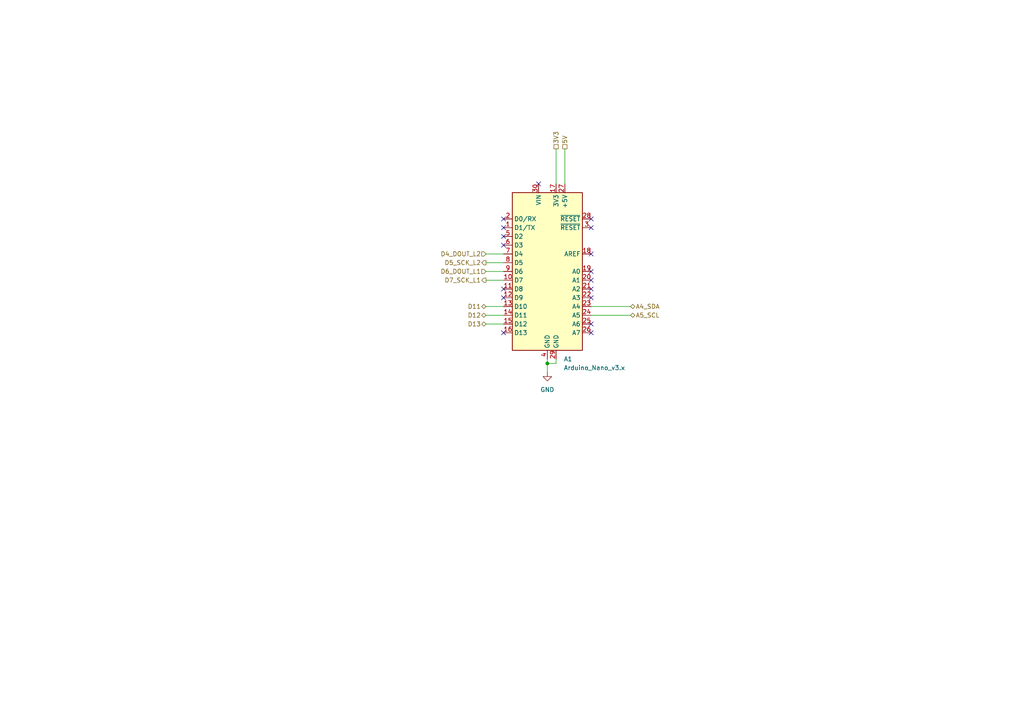
<source format=kicad_sch>
(kicad_sch (version 20231120) (generator "eeschema") (generator_version "8.0")
  (paper "A4")
  (title_block (title "Schematic for wind tunnel measurement system") (rev "0.3.0") (company "Reykjavik University"))
  (lib_symbols
    (symbol "MCU_Module:Arduino_Nano_v3.x"
      (property "Reference" "A" (at -10.16 23.495 0))
      (property "Value" "Arduino_Nano_v3.x" (at 5.08 -24.13 0))
      (symbol "Arduino_Nano_v3.x_0_1"
        (rectangle (start -10.16 22.86) (end 10.16 -22.86) (stroke (width 0.254)) (fill (type background)))
      )
      (symbol "Arduino_Nano_v3.x_1_1"
        (pin bidirectional line (at -12.7 12.7 0) (length 2.54) (name "D1/TX") (number "1"))
        (pin bidirectional line (at -12.7 -2.54 0) (length 2.54) (name "D7") (number "10"))
        (pin bidirectional line (at -12.7 -5.08 0) (length 2.54) (name "D8") (number "11"))
        (pin bidirectional line (at -12.7 -7.62 0) (length 2.54) (name "D9") (number "12"))
        (pin bidirectional line (at -12.7 -10.16 0) (length 2.54) (name "D10") (number "13"))
        (pin bidirectional line (at -12.7 -12.7 0) (length 2.54) (name "D11") (number "14"))
        (pin bidirectional line (at -12.7 -15.24 0) (length 2.54) (name "D12") (number "15"))
        (pin bidirectional line (at -12.7 -17.78 0) (length 2.54) (name "D13") (number "16"))
        (pin power_out line (at 2.54 25.4 270) (length 2.54) (name "3V3") (number "17"))
        (pin input line (at 12.7 5.08 180) (length 2.54) (name "AREF") (number "18"))
        (pin bidirectional line (at 12.7 0 180) (length 2.54) (name "A0") (number "19"))
        (pin bidirectional line (at -12.7 15.24 0) (length 2.54) (name "D0/RX") (number "2"))
        (pin bidirectional line (at 12.7 -2.54 180) (length 2.54) (name "A1") (number "20"))
        (pin bidirectional line (at 12.7 -5.08 180) (length 2.54) (name "A2") (number "21"))
        (pin bidirectional line (at 12.7 -7.62 180) (length 2.54) (name "A3") (number "22"))
        (pin bidirectional line (at 12.7 -10.16 180) (length 2.54) (name "A4") (number "23"))
        (pin bidirectional line (at 12.7 -12.7 180) (length 2.54) (name "A5") (number "24"))
        (pin bidirectional line (at 12.7 -15.24 180) (length 2.54) (name "A6") (number "25"))
        (pin bidirectional line (at 12.7 -17.78 180) (length 2.54) (name "A7") (number "26"))
        (pin power_out line (at 5.08 25.4 270) (length 2.54) (name "+5V") (number "27"))
        (pin input line (at 12.7 15.24 180) (length 2.54) (name "~{RESET}") (number "28"))
        (pin power_in line (at 2.54 -25.4 90) (length 2.54) (name "GND") (number "29"))
        (pin input line (at 12.7 12.7 180) (length 2.54) (name "~{RESET}") (number "3"))
        (pin power_in line (at -2.54 25.4 270) (length 2.54) (name "VIN") (number "30"))
        (pin power_in line (at 0 -25.4 90) (length 2.54) (name "GND") (number "4"))
        (pin bidirectional line (at -12.7 10.16 0) (length 2.54) (name "D2") (number "5"))
        (pin bidirectional line (at -12.7 7.62 0) (length 2.54) (name "D3") (number "6"))
        (pin bidirectional line (at -12.7 5.08 0) (length 2.54) (name "D4") (number "7"))
        (pin bidirectional line (at -12.7 2.54 0) (length 2.54) (name "D5") (number "8"))
        (pin bidirectional line (at -12.7 0 0) (length 2.54) (name "D6") (number "9"))
      )
    )
    (symbol "power:GND" (power) (pin_numbers hide) (pin_names (offset 0) hide)
      (property "Value" "GND" (at 0 -3.81 0))
      (symbol "GND_0_1"
        (polyline (pts (xy 0 0) (xy 0 -1.27) (xy 1.27 -1.27) (xy 0 -2.54) (xy -1.27 -1.27) (xy 0 -1.27)))
      )
      (symbol "GND_1_1"
        (pin power_in line (at 0 0 270) (length 0) (name "~") (number "1"))
      )
    )
  )
  (junction (at 158.75 105.41))
  (no_connect (at 146.05 96.52))
  (no_connect (at 156.21 53.34))
  (no_connect (at 171.45 83.82))
  (no_connect (at 146.05 71.12))
  (no_connect (at 171.45 78.74))
  (no_connect (at 146.05 68.58))
  (no_connect (at 146.05 63.5))
  (no_connect (at 146.05 66.04))
  (no_connect (at 171.45 81.28))
  (no_connect (at 171.45 86.36))
  (no_connect (at 146.05 86.36))
  (no_connect (at 171.45 93.98))
  (no_connect (at 171.45 73.66))
  (no_connect (at 146.05 83.82))
  (no_connect (at 171.45 66.04))
  (no_connect (at 171.45 63.5))
  (no_connect (at 171.45 96.52))
  (wire (pts (xy 161.29 43.18) (xy 161.29 53.34)))
  (wire (pts (xy 158.75 105.41) (xy 158.75 107.95)))
  (wire (pts (xy 140.97 88.9) (xy 146.05 88.9)))
  (wire (pts (xy 140.97 81.28) (xy 146.05 81.28)))
  (wire (pts (xy 158.75 104.14) (xy 158.75 105.41)))
  (wire (pts (xy 163.83 43.18) (xy 163.83 53.34)))
  (wire (pts (xy 140.97 78.74) (xy 146.05 78.74)))
  (wire (pts (xy 140.97 73.66) (xy 146.05 73.66)))
  (wire (pts (xy 140.97 76.2) (xy 146.05 76.2)))
  (wire (pts (xy 161.29 104.14) (xy 161.29 105.41)))
  (wire (pts (xy 158.75 105.41) (xy 161.29 105.41)))
  (wire (pts (xy 171.45 88.9) (xy 182.88 88.9)))
  (wire (pts (xy 171.45 91.44) (xy 182.88 91.44)))
  (wire (pts (xy 140.97 91.44) (xy 146.05 91.44)))
  (wire (pts (xy 140.97 93.98) (xy 146.05 93.98)))
  (hierarchical_label "D6_DOUT_L1" (shape input) (at 140.97 78.74 180))
  (hierarchical_label "5V" (shape passive) (at 163.83 43.18 90))
  (hierarchical_label "D12" (shape bidirectional) (at 140.97 91.44 180))
  (hierarchical_label "D11" (shape bidirectional) (at 140.97 88.9 180))
  (hierarchical_label "D5_SCK_L2" (shape output) (at 140.97 76.2 180))
  (hierarchical_label "D7_SCK_L1" (shape output) (at 140.97 81.28 180))
  (hierarchical_label "A5_SCL" (shape bidirectional) (at 182.88 91.44 0))
  (hierarchical_label "A4_SDA" (shape bidirectional) (at 182.88 88.9 0))
  (hierarchical_label "3V3" (shape passive) (at 161.29 43.18 90))
  (hierarchical_label "D4_DOUT_L2" (shape input) (at 140.97 73.66 180))
  (hierarchical_label "D13" (shape bidirectional) (at 140.97 93.98 180))
  (symbol (lib_id "MCU_Module:Arduino_Nano_v3.x") (at 158.75 78.74 0) (unit 1)
    (property "Reference" "A1" (at 163.4841 104.14 0) (effects (justify left)))
    (property "Value" "Arduino_Nano_v3.x" (at 163.4841 106.68 0) (effects (justify left)))
    (property "Footprint" "Module:Arduino_Nano" (effects (hide yes)))
    (property "Datasheet" "http://www.mouser.com/pdfdocs/Gravitech_Arduino_Nano3_0.pdf" (effects (hide yes)))
    (property "Description" "Arduino Nano v3.x" (effects (hide yes)))
  )
  (symbol (lib_id "power:GND") (at 158.75 107.95 0) (unit 1)
    (property "Reference" "#PWR01" (effects (hide yes)))
    (property "Value" "GND" (at 158.75 113.03 0))
    (property "Description" "Power symbol creates a global label with name \"GND\" , ground" (effects (hide yes)))
  )
)
</source>
